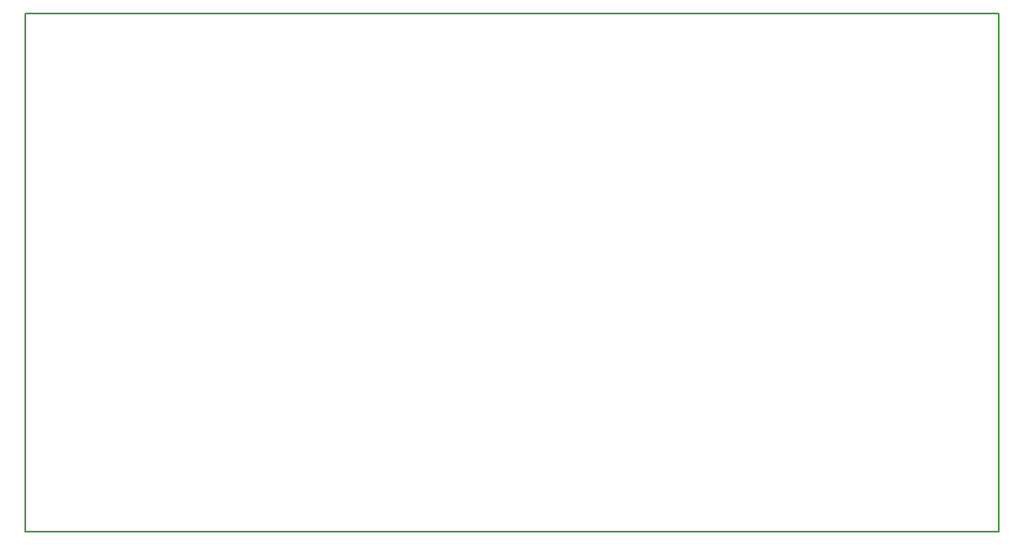
<source format=gbr>
G04 #@! TF.GenerationSoftware,KiCad,Pcbnew,(5.1.6-0-10_14)*
G04 #@! TF.CreationDate,2020-09-28T00:01:53+01:00*
G04 #@! TF.ProjectId,AdjustablePSU,41646a75-7374-4616-926c-655053552e6b,rev?*
G04 #@! TF.SameCoordinates,Original*
G04 #@! TF.FileFunction,Profile,NP*
%FSLAX46Y46*%
G04 Gerber Fmt 4.6, Leading zero omitted, Abs format (unit mm)*
G04 Created by KiCad (PCBNEW (5.1.6-0-10_14)) date 2020-09-28 00:01:53*
%MOMM*%
%LPD*%
G01*
G04 APERTURE LIST*
G04 #@! TA.AperFunction,Profile*
%ADD10C,0.200000*%
G04 #@! TD*
G04 APERTURE END LIST*
D10*
X198120000Y-55880000D02*
X198120000Y-107950000D01*
X100330000Y-107950000D02*
X100330000Y-55880000D01*
X198120000Y-107950000D02*
X100330000Y-107950000D01*
X100330000Y-55880000D02*
X198120000Y-55880000D01*
M02*

</source>
